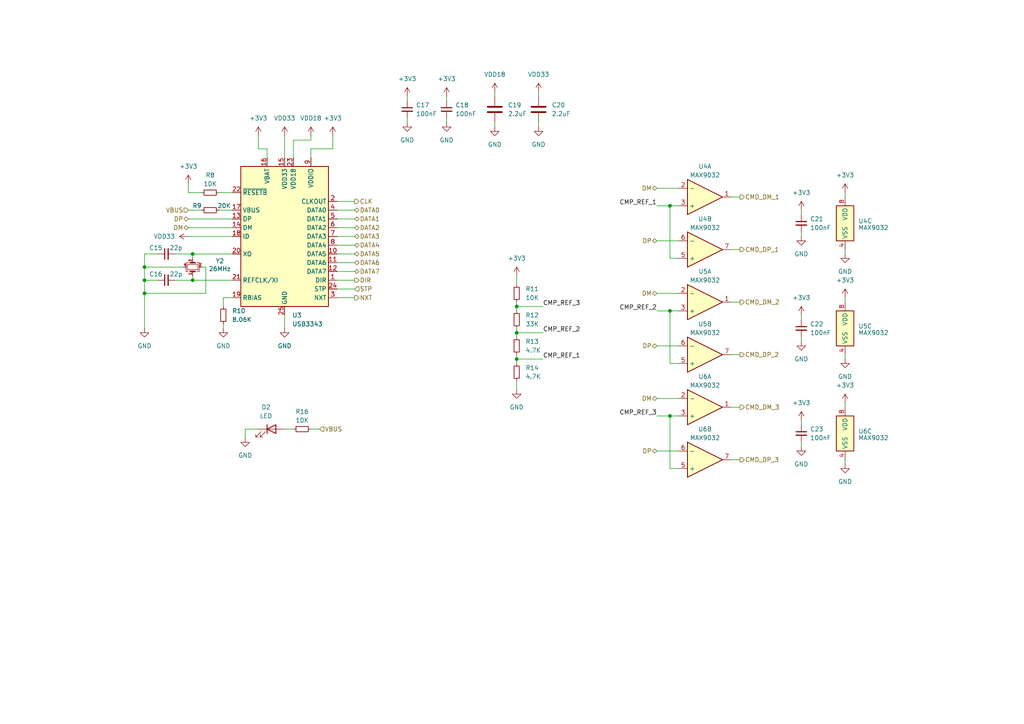
<source format=kicad_sch>
(kicad_sch (version 20231120) (generator "eeschema") (generator_version "8.0")
  (paper "A4")
  (lib_symbols
    (symbol "Device:C" (pin_numbers hide) (pin_names (offset 0.254))
      (property "Reference" "C" (at 0.635 2.54 0))
      (property "Value" "C" (at 0.635 -2.54 0))
      (symbol "C_0_1"
        (polyline (pts (xy -2.032 -0.762) (xy 2.032 -0.762)) (stroke (width 0.508)))
        (polyline (pts (xy -2.032 0.762) (xy 2.032 0.762)) (stroke (width 0.508)))
      )
      (symbol "C_1_1"
        (pin passive line (at 0 3.81 270) (length 2.794) (name "~") (number "1"))
        (pin passive line (at 0 -3.81 90) (length 2.794) (name "~") (number "2"))
      )
    )
    (symbol "Device:C_Small" (pin_numbers hide) (pin_names (offset 0.254) hide)
      (property "Reference" "C" (at 0.254 1.778 0))
      (property "Value" "C_Small" (at 0.254 -2.032 0))
      (symbol "C_Small_0_1"
        (polyline (pts (xy -1.524 -0.508) (xy 1.524 -0.508)) (stroke (width 0.3302)))
        (polyline (pts (xy -1.524 0.508) (xy 1.524 0.508)) (stroke (width 0.3048)))
      )
      (symbol "C_Small_1_1"
        (pin passive line (at 0 2.54 270) (length 2.032) (name "~") (number "1"))
        (pin passive line (at 0 -2.54 90) (length 2.032) (name "~") (number "2"))
      )
    )
    (symbol "Device:Crystal_GND24_Small" (pin_names (offset 1.016) hide)
      (property "Reference" "Y" (at 1.27 4.445 0))
      (property "Value" "Crystal_GND24_Small" (at 1.27 2.54 0))
      (symbol "Crystal_GND24_Small_0_1"
        (rectangle (start -0.762 -1.524) (end 0.762 1.524))
        (polyline (pts (xy -1.27 -0.762) (xy -1.27 0.762)) (stroke (width 0.381)))
        (polyline (pts (xy 1.27 -0.762) (xy 1.27 0.762)) (stroke (width 0.381)))
        (polyline (pts (xy -1.27 -1.27) (xy -1.27 -1.905) (xy 1.27 -1.905) (xy 1.27 -1.27)))
        (polyline (pts (xy -1.27 1.27) (xy -1.27 1.905) (xy 1.27 1.905) (xy 1.27 1.27)))
      )
      (symbol "Crystal_GND24_Small_1_1"
        (pin passive line (at -2.54 0 0) (length 1.27) (name "1") (number "1"))
        (pin passive line (at 0 -2.54 90) (length 0.635) (name "2") (number "2"))
        (pin passive line (at 2.54 0 180) (length 1.27) (name "3") (number "3"))
        (pin passive line (at 0 2.54 270) (length 0.635) (name "4") (number "4"))
      )
    )
    (symbol "Device:LED" (pin_numbers hide) (pin_names (offset 1.016) hide)
      (property "Reference" "D" (at 0 2.54 0))
      (property "Value" "LED" (at 0 -2.54 0))
      (symbol "LED_0_1"
        (polyline (pts (xy -1.27 -1.27) (xy -1.27 1.27)) (stroke (width 0.254)))
        (polyline (pts (xy -1.27 0) (xy 1.27 0)))
        (polyline (pts (xy 1.27 -1.27) (xy 1.27 1.27) (xy -1.27 0) (xy 1.27 -1.27)) (stroke (width 0.254)))
        (polyline (pts (xy -3.048 -0.762) (xy -4.572 -2.286) (xy -3.81 -2.286) (xy -4.572 -2.286) (xy -4.572 -1.524)))
        (polyline (pts (xy -1.778 -0.762) (xy -3.302 -2.286) (xy -2.54 -2.286) (xy -3.302 -2.286) (xy -3.302 -1.524)))
      )
      (symbol "LED_1_1"
        (pin passive line (at -3.81 0 0) (length 2.54) (name "K") (number "1"))
        (pin passive line (at 3.81 0 180) (length 2.54) (name "A") (number "2"))
      )
    )
    (symbol "Device:R_Small" (pin_numbers hide) (pin_names (offset 0.254) hide)
      (property "Reference" "R" (at 0.762 0.508 0))
      (property "Value" "R_Small" (at 0.762 -1.016 0))
      (symbol "R_Small_0_1"
        (rectangle (start -0.762 1.778) (end 0.762 -1.778) (stroke (width 0.2032)))
      )
      (symbol "R_Small_1_1"
        (pin passive line (at 0 2.54 270) (length 0.762) (name "~") (number "1"))
        (pin passive line (at 0 -2.54 90) (length 0.762) (name "~") (number "2"))
      )
    )
    (symbol "Interface_USB:USB3343"
      (property "Reference" "U" (at 0 2.54 0))
      (property "Value" "USB3343" (at 0 0 0))
      (symbol "USB3343_0_1"
        (rectangle (start -12.7 20.32) (end 12.7 -20.32) (stroke (width 0.254)) (fill (type background)))
      )
      (symbol "USB3343_1_1"
        (pin output line (at 15.24 -12.7 180) (length 2.54) (name "DIR") (number "1"))
        (pin bidirectional line (at 15.24 -5.08 180) (length 2.54) (name "DATA5") (number "10"))
        (pin bidirectional line (at 15.24 -7.62 180) (length 2.54) (name "DATA6") (number "11"))
        (pin bidirectional line (at 15.24 -10.16 180) (length 2.54) (name "DATA7") (number "12"))
        (pin bidirectional line (at -15.24 5.08 0) (length 2.54) (name "DP") (number "13"))
        (pin bidirectional line (at -15.24 2.54 0) (length 2.54) (name "DM") (number "14"))
        (pin power_out line (at 0 22.86 270) (length 2.54) (name "VDD33") (number "15"))
        (pin power_in line (at -5.08 22.86 270) (length 2.54) (name "VBAT") (number "16"))
        (pin input line (at -15.24 7.62 0) (length 2.54) (name "VBUS") (number "17"))
        (pin input line (at -15.24 0 0) (length 2.54) (name "ID") (number "18"))
        (pin passive line (at -15.24 -17.78 0) (length 2.54) (name "RBIAS") (number "19"))
        (pin output line (at 15.24 10.16 180) (length 2.54) (name "CLKOUT") (number "2"))
        (pin output line (at -15.24 -5.08 0) (length 2.54) (name "XO") (number "20"))
        (pin input line (at -15.24 -12.7 0) (length 2.54) (name "REFCLK/XI") (number "21"))
        (pin input line (at -15.24 12.7 0) (length 2.54) (name "~{RESETB}") (number "22"))
        (pin power_out line (at 2.54 22.86 270) (length 2.54) (name "VDD18") (number "23"))
        (pin input line (at 15.24 -15.24 180) (length 2.54) (name "STP") (number "24"))
        (pin power_in line (at 0 -22.86 90) (length 2.54) (name "GND") (number "25"))
        (pin output line (at 15.24 -17.78 180) (length 2.54) (name "NXT") (number "3"))
        (pin bidirectional line (at 15.24 7.62 180) (length 2.54) (name "DATA0") (number "4"))
        (pin bidirectional line (at 15.24 5.08 180) (length 2.54) (name "DATA1") (number "5"))
        (pin bidirectional line (at 15.24 2.54 180) (length 2.54) (name "DATA2") (number "6"))
        (pin bidirectional line (at 15.24 0 180) (length 2.54) (name "DATA3") (number "7"))
        (pin bidirectional line (at 15.24 -2.54 180) (length 2.54) (name "DATA4") (number "8"))
        (pin power_in line (at 7.62 22.86 270) (length 2.54) (name "VDDIO") (number "9"))
      )
    )
    (symbol "MAX9032:MAX9032"
      (property "Reference" "U" (at 2.032 6.604 0))
      (symbol "MAX9032_1_1"
        (polyline (pts (xy 0 0) (xy 0 -10.16) (xy 10.16 -5.08) (xy 0 0)) (stroke (width 0.254)) (fill (type background)))
        (pin output line (at 12.7 -5.08 180) (length 2.54) (name "") (number "1"))
        (pin input line (at -2.54 -2.54 0) (length 2.54) (name "-") (number "2"))
        (pin input line (at -2.54 -7.62 0) (length 2.54) (name "+") (number "3"))
      )
      (symbol "MAX9032_2_1"
        (polyline (pts (xy 0 0) (xy 0 -10.16) (xy 10.16 -5.08) (xy 0 0)) (stroke (width 0.254)) (fill (type background)))
        (pin input line (at -2.54 -7.62 0) (length 2.54) (name "+") (number "5"))
        (pin input line (at -2.54 -2.54 0) (length 2.54) (name "-") (number "6"))
        (pin output line (at 12.7 -5.08 180) (length 2.54) (name "") (number "7"))
      )
      (symbol "MAX9032_3_1"
        (rectangle (start -2.54 5.08) (end 2.54 -5.08) (stroke (width 0.254)) (fill (type background)))
        (pin power_in line (at 0 -7.62 90) (length 2.54) (name "VSS") (number "4"))
        (pin power_in line (at 0 7.62 270) (length 2.54) (name "VDD") (number "8"))
      )
    )
    (symbol "power:+3V3" (power) (pin_numbers hide) (pin_names (offset 0) hide)
      (property "Value" "+3V3" (at 0 3.556 0))
      (symbol "+3V3_0_1"
        (polyline (pts (xy -0.762 1.27) (xy 0 2.54)))
        (polyline (pts (xy 0 0) (xy 0 2.54)))
        (polyline (pts (xy 0 2.54) (xy 0.762 1.27)))
      )
      (symbol "+3V3_1_1"
        (pin power_in line (at 0 0 90) (length 0) (name "~") (number "1"))
      )
    )
    (symbol "power:GND" (power) (pin_numbers hide) (pin_names (offset 0) hide)
      (property "Value" "GND" (at 0 -3.81 0))
      (symbol "GND_0_1"
        (polyline (pts (xy 0 0) (xy 0 -1.27) (xy 1.27 -1.27) (xy 0 -2.54) (xy -1.27 -1.27) (xy 0 -1.27)))
      )
      (symbol "GND_1_1"
        (pin power_in line (at 0 0 270) (length 0) (name "~") (number "1"))
      )
    )
  )
  (junction (at 55.88 73.66))
  (junction (at 41.91 85.09))
  (junction (at 194.31 59.69))
  (junction (at 41.91 77.47))
  (junction (at 194.31 120.65))
  (junction (at 149.86 96.52))
  (junction (at 149.86 88.9))
  (junction (at 55.88 81.28))
  (junction (at 194.31 90.17))
  (junction (at 41.91 81.28))
  (junction (at 149.86 104.14))
  (wire (pts (xy 212.09 87.63) (xy 214.63 87.63)))
  (wire (pts (xy 196.85 120.65) (xy 194.31 120.65)))
  (wire (pts (xy 149.86 88.9) (xy 149.86 87.63)))
  (wire (pts (xy 143.51 26.67) (xy 143.51 27.94)))
  (wire (pts (xy 54.61 63.5) (xy 67.31 63.5)))
  (wire (pts (xy 149.86 104.14) (xy 157.48 104.14)))
  (wire (pts (xy 41.91 85.09) (xy 41.91 95.25)))
  (wire (pts (xy 245.11 134.62) (xy 245.11 133.35)))
  (wire (pts (xy 74.93 43.18) (xy 77.47 43.18)))
  (wire (pts (xy 59.69 77.47) (xy 59.69 85.09)))
  (wire (pts (xy 85.09 40.64) (xy 90.17 40.64)))
  (wire (pts (xy 190.5 85.09) (xy 196.85 85.09)))
  (wire (pts (xy 102.87 66.04) (xy 97.79 66.04)))
  (wire (pts (xy 102.87 76.2) (xy 97.79 76.2)))
  (wire (pts (xy 190.5 120.65) (xy 194.31 120.65)))
  (wire (pts (xy 90.17 43.18) (xy 90.17 45.72)))
  (wire (pts (xy 63.5 55.88) (xy 67.31 55.88)))
  (wire (pts (xy 102.87 71.12) (xy 97.79 71.12)))
  (wire (pts (xy 212.09 118.11) (xy 214.63 118.11)))
  (wire (pts (xy 58.42 77.47) (xy 59.69 77.47)))
  (wire (pts (xy 50.8 81.28) (xy 55.88 81.28)))
  (wire (pts (xy 212.09 133.35) (xy 214.63 133.35)))
  (wire (pts (xy 41.91 77.47) (xy 41.91 81.28)))
  (wire (pts (xy 190.5 115.57) (xy 196.85 115.57)))
  (wire (pts (xy 71.12 124.46) (xy 71.12 127)))
  (wire (pts (xy 232.41 67.31) (xy 232.41 68.58)))
  (wire (pts (xy 54.61 60.96) (xy 58.42 60.96)))
  (wire (pts (xy 102.87 68.58) (xy 97.79 68.58)))
  (wire (pts (xy 118.11 35.56) (xy 118.11 34.29)))
  (wire (pts (xy 232.41 60.96) (xy 232.41 62.23)))
  (wire (pts (xy 82.55 95.25) (xy 82.55 91.44)))
  (wire (pts (xy 102.87 60.96) (xy 97.79 60.96)))
  (wire (pts (xy 63.5 60.96) (xy 67.31 60.96)))
  (wire (pts (xy 67.31 81.28) (xy 55.88 81.28)))
  (wire (pts (xy 41.91 81.28) (xy 45.72 81.28)))
  (wire (pts (xy 232.41 121.92) (xy 232.41 123.19)))
  (wire (pts (xy 190.5 90.17) (xy 194.31 90.17)))
  (wire (pts (xy 156.21 36.83) (xy 156.21 35.56)))
  (wire (pts (xy 50.8 73.66) (xy 55.88 73.66)))
  (wire (pts (xy 102.87 86.36) (xy 97.79 86.36)))
  (wire (pts (xy 143.51 36.83) (xy 143.51 35.56)))
  (wire (pts (xy 212.09 57.15) (xy 214.63 57.15)))
  (wire (pts (xy 190.5 130.81) (xy 196.85 130.81)))
  (wire (pts (xy 194.31 120.65) (xy 194.31 135.89)))
  (wire (pts (xy 149.86 88.9) (xy 157.48 88.9)))
  (wire (pts (xy 190.5 54.61) (xy 196.85 54.61)))
  (wire (pts (xy 102.87 83.82) (xy 97.79 83.82)))
  (wire (pts (xy 194.31 90.17) (xy 194.31 105.41)))
  (wire (pts (xy 64.77 86.36) (xy 64.77 88.9)))
  (wire (pts (xy 149.86 95.25) (xy 149.86 96.52)))
  (wire (pts (xy 212.09 102.87) (xy 214.63 102.87)))
  (wire (pts (xy 92.71 124.46) (xy 90.17 124.46)))
  (wire (pts (xy 90.17 40.64) (xy 90.17 39.37)))
  (wire (pts (xy 129.54 35.56) (xy 129.54 34.29)))
  (wire (pts (xy 149.86 96.52) (xy 157.48 96.52)))
  (wire (pts (xy 190.5 59.69) (xy 194.31 59.69)))
  (wire (pts (xy 85.09 124.46) (xy 82.55 124.46)))
  (wire (pts (xy 149.86 105.41) (xy 149.86 104.14)))
  (wire (pts (xy 77.47 43.18) (xy 77.47 45.72)))
  (wire (pts (xy 82.55 39.37) (xy 82.55 45.72)))
  (wire (pts (xy 196.85 90.17) (xy 194.31 90.17)))
  (wire (pts (xy 245.11 104.14) (xy 245.11 102.87)))
  (wire (pts (xy 149.86 80.01) (xy 149.86 82.55)))
  (wire (pts (xy 156.21 26.67) (xy 156.21 27.94)))
  (wire (pts (xy 194.31 105.41) (xy 196.85 105.41)))
  (wire (pts (xy 129.54 27.94) (xy 129.54 29.21)))
  (wire (pts (xy 149.86 96.52) (xy 149.86 97.79)))
  (wire (pts (xy 54.61 66.04) (xy 67.31 66.04)))
  (wire (pts (xy 41.91 77.47) (xy 53.34 77.47)))
  (wire (pts (xy 96.52 43.18) (xy 90.17 43.18)))
  (wire (pts (xy 67.31 86.36) (xy 64.77 86.36)))
  (wire (pts (xy 55.88 73.66) (xy 55.88 74.93)))
  (wire (pts (xy 102.87 73.66) (xy 97.79 73.66)))
  (wire (pts (xy 212.09 72.39) (xy 214.63 72.39)))
  (wire (pts (xy 190.5 100.33) (xy 196.85 100.33)))
  (wire (pts (xy 41.91 81.28) (xy 41.91 85.09)))
  (wire (pts (xy 102.87 63.5) (xy 97.79 63.5)))
  (wire (pts (xy 102.87 78.74) (xy 97.79 78.74)))
  (wire (pts (xy 149.86 104.14) (xy 149.86 102.87)))
  (wire (pts (xy 196.85 59.69) (xy 194.31 59.69)))
  (wire (pts (xy 74.93 124.46) (xy 71.12 124.46)))
  (wire (pts (xy 64.77 95.25) (xy 64.77 93.98)))
  (wire (pts (xy 194.31 74.93) (xy 196.85 74.93)))
  (wire (pts (xy 190.5 69.85) (xy 196.85 69.85)))
  (wire (pts (xy 194.31 135.89) (xy 196.85 135.89)))
  (wire (pts (xy 232.41 91.44) (xy 232.41 92.71)))
  (wire (pts (xy 54.61 53.34) (xy 54.61 55.88)))
  (wire (pts (xy 149.86 113.03) (xy 149.86 110.49)))
  (wire (pts (xy 96.52 43.18) (xy 96.52 39.37)))
  (wire (pts (xy 232.41 97.79) (xy 232.41 99.06)))
  (wire (pts (xy 245.11 73.66) (xy 245.11 72.39)))
  (wire (pts (xy 102.87 81.28) (xy 97.79 81.28)))
  (wire (pts (xy 118.11 27.94) (xy 118.11 29.21)))
  (wire (pts (xy 245.11 55.88) (xy 245.11 57.15)))
  (wire (pts (xy 194.31 59.69) (xy 194.31 74.93)))
  (wire (pts (xy 67.31 73.66) (xy 55.88 73.66)))
  (wire (pts (xy 55.88 81.28) (xy 55.88 80.01)))
  (wire (pts (xy 245.11 86.36) (xy 245.11 87.63)))
  (wire (pts (xy 102.87 58.42) (xy 97.79 58.42)))
  (wire (pts (xy 149.86 90.17) (xy 149.86 88.9)))
  (wire (pts (xy 232.41 128.27) (xy 232.41 129.54)))
  (wire (pts (xy 59.69 85.09) (xy 41.91 85.09)))
  (wire (pts (xy 54.61 68.58) (xy 67.31 68.58)))
  (wire (pts (xy 54.61 55.88) (xy 58.42 55.88)))
  (wire (pts (xy 85.09 45.72) (xy 85.09 40.64)))
  (wire (pts (xy 41.91 73.66) (xy 41.91 77.47)))
  (wire (pts (xy 74.93 39.37) (xy 74.93 43.18)))
  (wire (pts (xy 245.11 116.84) (xy 245.11 118.11)))
  (wire (pts (xy 45.72 73.66) (xy 41.91 73.66)))
  (label "CMP_REF_2" (at 157.48 96.52 0))
  (label "CMP_REF_1" (at 190.5 59.69 180))
  (label "CMP_REF_3" (at 190.5 120.65 180))
  (label "CMP_REF_3" (at 157.48 88.9 0))
  (label "CMP_REF_2" (at 190.5 90.17 180))
  (label "CMP_REF_1" (at 157.48 104.14 0))
  (hierarchical_label "DP" (shape bidirectional) (at 190.5 100.33 180))
  (hierarchical_label "DATA7" (shape bidirectional) (at 102.87 78.74 0))
  (hierarchical_label "STP" (shape input) (at 102.87 83.82 0))
  (hierarchical_label "DP" (shape bidirectional) (at 54.61 63.5 180))
  (hierarchical_label "CMD_DM_3" (shape output) (at 214.63 118.11 0))
  (hierarchical_label "VBUS" (shape input) (at 92.71 124.46 0))
  (hierarchical_label "DATA6" (shape bidirectional) (at 102.87 76.2 0))
  (hierarchical_label "DATA5" (shape bidirectional) (at 102.87 73.66 0))
  (hierarchical_label "DATA2" (shape bidirectional) (at 102.87 66.04 0))
  (hierarchical_label "CLK" (shape output) (at 102.87 58.42 0))
  (hierarchical_label "CMD_DP_1" (shape output) (at 214.63 72.39 0))
  (hierarchical_label "DM" (shape bidirectional) (at 190.5 85.09 180))
  (hierarchical_label "CMD_DP_2" (shape output) (at 214.63 102.87 0))
  (hierarchical_label "DP" (shape bidirectional) (at 190.5 130.81 180))
  (hierarchical_label "CMD_DM_1" (shape output) (at 214.63 57.15 0))
  (hierarchical_label "DM" (shape bidirectional) (at 190.5 54.61 180))
  (hierarchical_label "DIR" (shape output) (at 102.87 81.28 0))
  (hierarchical_label "DM" (shape bidirectional) (at 190.5 115.57 180))
  (hierarchical_label "DP" (shape bidirectional) (at 190.5 69.85 180))
  (hierarchical_label "CMD_DM_2" (shape output) (at 214.63 87.63 0))
  (hierarchical_label "DATA4" (shape bidirectional) (at 102.87 71.12 0))
  (hierarchical_label "VBUS" (shape input) (at 54.61 60.96 180))
  (hierarchical_label "CMD_DP_3" (shape output) (at 214.63 133.35 0))
  (hierarchical_label "DATA1" (shape bidirectional) (at 102.87 63.5 0))
  (hierarchical_label "DM" (shape bidirectional) (at 54.61 66.04 180))
  (hierarchical_label "DATA0" (shape bidirectional) (at 102.87 60.96 0))
  (hierarchical_label "NXT" (shape output) (at 102.87 86.36 0))
  (hierarchical_label "DATA3" (shape bidirectional) (at 102.87 68.58 0))
  (symbol (lib_id "power:+3V3") (at 54.61 53.34 0) (unit 1)
    (property "Reference" "#PWR036" (effects (hide yes)))
    (property "Value" "+3V3" (at 54.61 48.26 0))
    (property "Description" "Power symbol creates a global label with name \"+3V3\"" (effects (hide yes)))
  )
  (symbol (lib_id "power:+3V3") (at 143.51 26.67 0) (unit 1)
    (property "Reference" "#PWR052" (effects (hide yes)))
    (property "Value" "VDD18" (at 143.51 21.59 0))
    (property "Description" "Power symbol creates a global label with name \"+3V3\"" (effects (hide yes)))
  )
  (symbol (lib_id "Device:R_Small") (at 149.86 85.09 0) (unit 1)
    (property "Reference" "R11" (at 152.4 83.8199 0) (effects (justify left)))
    (property "Value" "10K" (at 152.4 86.3599 0) (effects (justify left)))
    (property "Footprint" "Resistor_SMD:R_0402_1005Metric" (effects (hide yes)))
    (property "Description" "Resistor, small symbol" (effects (hide yes)))
  )
  (symbol (lib_id "power:GND") (at 156.21 36.83 0) (unit 1)
    (property "Reference" "#PWR051" (effects (hide yes)))
    (property "Value" "GND" (at 156.21 41.91 0))
    (property "Description" "Power symbol creates a global label with name \"GND\" , ground" (effects (hide yes)))
  )
  (symbol (lib_id "power:GND") (at 129.54 35.56 0) (unit 1)
    (property "Reference" "#PWR047" (effects (hide yes)))
    (property "Value" "GND" (at 129.54 40.64 0))
    (property "Description" "Power symbol creates a global label with name \"GND\" , ground" (effects (hide yes)))
  )
  (symbol (lib_id "Device:C_Small") (at 118.11 31.75 0) (unit 1)
    (property "Reference" "C17" (at 120.65 30.4862 0) (effects (justify left)))
    (property "Value" "100nF" (at 120.65 33.0262 0) (effects (justify left)))
    (property "Footprint" "Capacitor_SMD:C_0402_1005Metric" (effects (hide yes)))
    (property "Description" "Unpolarized capacitor, small symbol" (effects (hide yes)))
  )
  (symbol (lib_id "Device:C_Small") (at 232.41 95.25 0) (unit 1)
    (property "Reference" "C22" (at 234.95 93.9862 0) (effects (justify left)))
    (property "Value" "100nF" (at 234.95 96.5262 0) (effects (justify left)))
    (property "Footprint" "Capacitor_SMD:C_0402_1005Metric" (effects (hide yes)))
    (property "Description" "Unpolarized capacitor, small symbol" (effects (hide yes)))
  )
  (symbol (lib_id "power:+3V3") (at 245.11 55.88 0) (unit 1)
    (property "Reference" "#PWR057" (effects (hide yes)))
    (property "Value" "+3V3" (at 245.11 50.8 0))
    (property "Description" "Power symbol creates a global label with name \"+3V3\"" (effects (hide yes)))
  )
  (symbol (lib_id "MAX9032:MAX9032") (at 199.39 97.79 0) (unit 2)
    (property "Reference" "U5" (at 204.47 93.98 0))
    (property "Value" "MAX9032" (at 204.47 96.52 0))
    (property "Footprint" "Package_TO_SOT_SMD:SOT-23-8" (effects (hide yes)))
  )
  (symbol (lib_id "MAX9032:MAX9032") (at 245.11 95.25 0) (unit 3)
    (property "Reference" "U5" (at 248.92 94.6149 0) (effects (justify left)))
    (property "Value" "MAX9032" (at 248.92 96.52 0) (effects (justify left)))
    (property "Footprint" "Package_TO_SOT_SMD:SOT-23-8" (effects (hide yes)))
  )
  (symbol (lib_id "MAX9032:MAX9032") (at 199.39 67.31 0) (unit 2)
    (property "Reference" "U4" (at 204.47 63.5 0))
    (property "Value" "MAX9032" (at 204.47 66.04 0))
    (property "Footprint" "Package_TO_SOT_SMD:SOT-23-8" (effects (hide yes)))
  )
  (symbol (lib_id "power:GND") (at 41.91 95.25 0) (unit 1)
    (property "Reference" "#PWR037" (effects (hide yes)))
    (property "Value" "GND" (at 41.91 100.33 0))
    (property "Description" "Power symbol creates a global label with name \"GND\" , ground" (effects (hide yes)))
  )
  (symbol (lib_id "Device:R_Small") (at 60.96 55.88 90) (unit 1)
    (property "Reference" "R8" (at 60.96 50.8 90))
    (property "Value" "10K" (at 60.96 53.34 90))
    (property "Footprint" "Resistor_SMD:R_0402_1005Metric" (effects (hide yes)))
    (property "Description" "Resistor, small symbol" (effects (hide yes)))
  )
  (symbol (lib_id "power:+3V3") (at 54.61 68.58 90) (unit 1)
    (property "Reference" "#PWR043" (effects (hide yes)))
    (property "Value" "VDD33" (at 50.8 68.5799 90) (effects (justify left)))
    (property "Description" "Power symbol creates a global label with name \"+3V3\"" (effects (hide yes)))
  )
  (symbol (lib_id "power:+3V3") (at 149.86 80.01 0) (unit 1)
    (property "Reference" "#PWR050" (effects (hide yes)))
    (property "Value" "+3V3" (at 149.86 74.93 0))
    (property "Description" "Power symbol creates a global label with name \"+3V3\"" (effects (hide yes)))
  )
  (symbol (lib_id "power:GND") (at 232.41 99.06 0) (unit 1)
    (property "Reference" "#PWR060" (effects (hide yes)))
    (property "Value" "GND" (at 232.41 104.14 0))
    (property "Description" "Power symbol creates a global label with name \"GND\" , ground" (effects (hide yes)))
  )
  (symbol (lib_id "Device:C_Small") (at 232.41 64.77 0) (unit 1)
    (property "Reference" "C21" (at 234.95 63.5062 0) (effects (justify left)))
    (property "Value" "100nF" (at 234.95 66.0462 0) (effects (justify left)))
    (property "Footprint" "Capacitor_SMD:C_0402_1005Metric" (effects (hide yes)))
    (property "Description" "Unpolarized capacitor, small symbol" (effects (hide yes)))
  )
  (symbol (lib_id "power:+3V3") (at 232.41 60.96 0) (unit 1)
    (property "Reference" "#PWR055" (effects (hide yes)))
    (property "Value" "+3V3" (at 232.41 55.88 0))
    (property "Description" "Power symbol creates a global label with name \"+3V3\"" (effects (hide yes)))
  )
  (symbol (lib_id "power:+3V3") (at 245.11 86.36 0) (unit 1)
    (property "Reference" "#PWR061" (effects (hide yes)))
    (property "Value" "+3V3" (at 245.11 81.28 0))
    (property "Description" "Power symbol creates a global label with name \"+3V3\"" (effects (hide yes)))
  )
  (symbol (lib_id "power:+3V3") (at 156.21 26.67 0) (unit 1)
    (property "Reference" "#PWR053" (effects (hide yes)))
    (property "Value" "VDD33" (at 156.21 21.59 0))
    (property "Description" "Power symbol creates a global label with name \"+3V3\"" (effects (hide yes)))
  )
  (symbol (lib_id "MAX9032:MAX9032") (at 199.39 113.03 0) (unit 1)
    (property "Reference" "U6" (at 204.47 109.22 0))
    (property "Value" "MAX9032" (at 204.47 111.76 0))
    (property "Footprint" "Package_TO_SOT_SMD:SOT-23-8" (effects (hide yes)))
  )
  (symbol (lib_id "power:+3V3") (at 74.93 39.37 0) (unit 1)
    (property "Reference" "#PWR039" (effects (hide yes)))
    (property "Value" "+3V3" (at 74.93 34.29 0))
    (property "Description" "Power symbol creates a global label with name \"+3V3\"" (effects (hide yes)))
  )
  (symbol (lib_id "Device:R_Small") (at 149.86 107.95 0) (unit 1)
    (property "Reference" "R14" (at 152.4 106.6799 0) (effects (justify left)))
    (property "Value" "4.7K" (at 152.4 109.2199 0) (effects (justify left)))
    (property "Footprint" "Resistor_SMD:R_0402_1005Metric" (effects (hide yes)))
    (property "Description" "Resistor, small symbol" (effects (hide yes)))
  )
  (symbol (lib_id "MAX9032:MAX9032") (at 245.11 64.77 0) (unit 3)
    (property "Reference" "U4" (at 248.92 64.1349 0) (effects (justify left)))
    (property "Value" "MAX9032" (at 248.92 66.04 0) (effects (justify left)))
    (property "Footprint" "Package_TO_SOT_SMD:SOT-23-8" (effects (hide yes)))
  )
  (symbol (lib_id "power:GND") (at 82.55 95.25 0) (unit 1)
    (property "Reference" "#PWR035" (effects (hide yes)))
    (property "Value" "GND" (at 82.55 100.33 0))
    (property "Description" "Power symbol creates a global label with name \"GND\" , ground" (effects (hide yes)))
  )
  (symbol (lib_id "Device:R_Small") (at 149.86 92.71 0) (unit 1)
    (property "Reference" "R12" (at 152.4 91.4399 0) (effects (justify left)))
    (property "Value" "33K" (at 152.4 93.9799 0) (effects (justify left)))
    (property "Footprint" "Resistor_SMD:R_0402_1005Metric" (effects (hide yes)))
    (property "Description" "Resistor, small symbol" (effects (hide yes)))
  )
  (symbol (lib_id "power:GND") (at 149.86 113.03 0) (unit 1)
    (property "Reference" "#PWR049" (effects (hide yes)))
    (property "Value" "GND" (at 149.86 118.11 0))
    (property "Description" "Power symbol creates a global label with name \"GND\" , ground" (effects (hide yes)))
  )
  (symbol (lib_id "power:GND") (at 245.11 104.14 0) (unit 1)
    (property "Reference" "#PWR062" (effects (hide yes)))
    (property "Value" "GND" (at 245.11 109.22 0))
    (property "Description" "Power symbol creates a global label with name \"GND\" , ground" (effects (hide yes)))
  )
  (symbol (lib_id "Device:C_Small") (at 232.41 125.73 0) (unit 1)
    (property "Reference" "C23" (at 234.95 124.4662 0) (effects (justify left)))
    (property "Value" "100nF" (at 234.95 127.0062 0) (effects (justify left)))
    (property "Footprint" "Capacitor_SMD:C_0402_1005Metric" (effects (hide yes)))
    (property "Description" "Unpolarized capacitor, small symbol" (effects (hide yes)))
  )
  (symbol (lib_id "power:+3V3") (at 232.41 121.92 0) (unit 1)
    (property "Reference" "#PWR063" (effects (hide yes)))
    (property "Value" "+3V3" (at 232.41 116.84 0))
    (property "Description" "Power symbol creates a global label with name \"+3V3\"" (effects (hide yes)))
  )
  (symbol (lib_id "power:+3V3") (at 90.17 39.37 0) (unit 1)
    (property "Reference" "#PWR042" (effects (hide yes)))
    (property "Value" "VDD18" (at 90.17 34.29 0))
    (property "Description" "Power symbol creates a global label with name \"+3V3\"" (effects (hide yes)))
  )
  (symbol (lib_id "power:+3V3") (at 96.52 39.37 0) (unit 1)
    (property "Reference" "#PWR040" (effects (hide yes)))
    (property "Value" "+3V3" (at 96.52 34.29 0))
    (property "Description" "Power symbol creates a global label with name \"+3V3\"" (effects (hide yes)))
  )
  (symbol (lib_id "power:+3V3") (at 118.11 27.94 0) (unit 1)
    (property "Reference" "#PWR045" (effects (hide yes)))
    (property "Value" "+3V3" (at 118.11 22.86 0))
    (property "Description" "Power symbol creates a global label with name \"+3V3\"" (effects (hide yes)))
  )
  (symbol (lib_id "Device:C_Small") (at 48.26 81.28 90) (unit 1)
    (property "Reference" "C16" (at 45.212 79.502 90))
    (property "Value" "22p" (at 51.054 79.502 90))
    (property "Footprint" "Capacitor_SMD:C_0402_1005Metric" (effects (hide yes)))
    (property "Description" "Unpolarized capacitor, small symbol" (effects (hide yes)))
  )
  (symbol (lib_id "MAX9032:MAX9032") (at 199.39 128.27 0) (unit 2)
    (property "Reference" "U6" (at 204.47 124.46 0))
    (property "Value" "MAX9032" (at 204.47 127 0))
    (property "Footprint" "Package_TO_SOT_SMD:SOT-23-8" (effects (hide yes)))
  )
  (symbol (lib_id "Device:R_Small") (at 64.77 91.44 0) (unit 1)
    (property "Reference" "R10" (at 67.31 90.1699 0) (effects (justify left)))
    (property "Value" "8.06K" (at 67.31 92.7099 0) (effects (justify left)))
    (property "Footprint" "Resistor_SMD:R_0402_1005Metric" (effects (hide yes)))
    (property "Description" "Resistor, small symbol" (effects (hide yes)))
  )
  (symbol (lib_id "power:GND") (at 118.11 35.56 0) (unit 1)
    (property "Reference" "#PWR044" (effects (hide yes)))
    (property "Value" "GND" (at 118.11 40.64 0))
    (property "Description" "Power symbol creates a global label with name \"GND\" , ground" (effects (hide yes)))
  )
  (symbol (lib_id "power:GND") (at 64.77 95.25 0) (unit 1)
    (property "Reference" "#PWR038" (effects (hide yes)))
    (property "Value" "GND" (at 64.77 100.33 0))
    (property "Description" "Power symbol creates a global label with name \"GND\" , ground" (effects (hide yes)))
  )
  (symbol (lib_id "Device:R_Small") (at 60.96 60.96 90) (unit 1)
    (property "Reference" "R9" (at 57.15 59.69 90))
    (property "Value" "20K" (at 65.024 59.69 90))
    (property "Footprint" "Resistor_SMD:R_0402_1005Metric" (effects (hide yes)))
    (property "Description" "Resistor, small symbol" (effects (hide yes)))
  )
  (symbol (lib_id "power:GND") (at 71.12 127 0) (unit 1)
    (property "Reference" "#PWR054" (effects (hide yes)))
    (property "Value" "GND" (at 71.12 132.08 0))
    (property "Description" "Power symbol creates a global label with name \"GND\" , ground" (effects (hide yes)))
  )
  (symbol (lib_id "power:+3V3") (at 245.11 116.84 0) (unit 1)
    (property "Reference" "#PWR065" (effects (hide yes)))
    (property "Value" "+3V3" (at 245.11 111.76 0))
    (property "Description" "Power symbol creates a global label with name \"+3V3\"" (effects (hide yes)))
  )
  (symbol (lib_id "Device:R_Small") (at 149.86 100.33 0) (unit 1)
    (property "Reference" "R13" (at 152.4 99.0599 0) (effects (justify left)))
    (property "Value" "4.7K" (at 152.4 101.5999 0) (effects (justify left)))
    (property "Footprint" "Resistor_SMD:R_0402_1005Metric" (effects (hide yes)))
    (property "Description" "Resistor, small symbol" (effects (hide yes)))
  )
  (symbol (lib_id "MAX9032:MAX9032") (at 245.11 125.73 0) (unit 3)
    (property "Reference" "U6" (at 248.92 125.0949 0) (effects (justify left)))
    (property "Value" "MAX9032" (at 248.92 127 0) (effects (justify left)))
    (property "Footprint" "Package_TO_SOT_SMD:SOT-23-8" (effects (hide yes)))
  )
  (symbol (lib_id "power:+3V3") (at 82.55 39.37 0) (unit 1)
    (property "Reference" "#PWR041" (effects (hide yes)))
    (property "Value" "VDD33" (at 82.55 34.29 0))
    (property "Description" "Power symbol creates a global label with name \"+3V3\"" (effects (hide yes)))
  )
  (symbol (lib_id "Device:R_Small") (at 87.63 124.46 90) (unit 1)
    (property "Reference" "R16" (at 87.63 119.38 90))
    (property "Value" "10K" (at 87.63 121.92 90))
    (property "Footprint" "Resistor_SMD:R_0402_1005Metric" (effects (hide yes)))
    (property "Description" "Resistor, small symbol" (effects (hide yes)))
  )
  (symbol (lib_id "power:GND") (at 232.41 68.58 0) (unit 1)
    (property "Reference" "#PWR056" (effects (hide yes)))
    (property "Value" "GND" (at 232.41 73.66 0))
    (property "Description" "Power symbol creates a global label with name \"GND\" , ground" (effects (hide yes)))
  )
  (symbol (lib_id "MAX9032:MAX9032") (at 199.39 82.55 0) (unit 1)
    (property "Reference" "U5" (at 204.47 78.74 0))
    (property "Value" "MAX9032" (at 204.47 81.28 0))
    (property "Footprint" "Package_TO_SOT_SMD:SOT-23-8" (effects (hide yes)))
  )
  (symbol (lib_id "power:GND") (at 245.11 73.66 0) (unit 1)
    (property "Reference" "#PWR058" (effects (hide yes)))
    (property "Value" "GND" (at 245.11 78.74 0))
    (property "Description" "Power symbol creates a global label with name \"GND\" , ground" (effects (hide yes)))
  )
  (symbol (lib_id "Device:C_Small") (at 48.26 73.66 90) (unit 1)
    (property "Reference" "C15" (at 45.212 71.882 90))
    (property "Value" "22p" (at 51.054 71.882 90))
    (property "Footprint" "Capacitor_SMD:C_0402_1005Metric" (effects (hide yes)))
    (property "Description" "Unpolarized capacitor, small symbol" (effects (hide yes)))
  )
  (symbol (lib_id "Device:LED") (at 78.74 124.46 0) (unit 1)
    (property "Reference" "D2" (at 77.1525 118.11 0))
    (property "Value" "LED" (at 77.1525 120.65 0))
    (property "Footprint" "LED_SMD:LED_0603_1608Metric" (effects (hide yes)))
    (property "Description" "Light emitting diode" (effects (hide yes)))
  )
  (symbol (lib_id "power:GND") (at 245.11 134.62 0) (unit 1)
    (property "Reference" "#PWR066" (effects (hide yes)))
    (property "Value" "GND" (at 245.11 139.7 0))
    (property "Description" "Power symbol creates a global label with name \"GND\" , ground" (effects (hide yes)))
  )
  (symbol (lib_id "Device:Crystal_GND24_Small") (at 55.88 77.47 90) (unit 1)
    (property "Reference" "Y2" (at 63.754 75.692 90))
    (property "Value" "26MHz" (at 63.754 77.978 90))
    (property "Footprint" "Crystal:Crystal_SMD_3225-4Pin_3.2x2.5mm" (effects (hide yes)))
    (property "Description" "Four pin crystal, GND on pins 2 and 4, small symbol" (effects (hide yes)))
  )
  (symbol (lib_id "Interface_USB:USB3343") (at 82.55 68.58 0) (unit 1)
    (property "Reference" "U3" (at 84.7441 91.44 0) (effects (justify left)))
    (property "Value" "USB3343" (at 84.7441 93.98 0) (effects (justify left)))
    (property "Footprint" "Package_DFN_QFN:QFN-24-1EP_4x4mm_P0.5mm_EP2.6x2.6mm" (effects (hide yes)))
    (property "Datasheet" "http://ww1.microchip.com/downloads/en/DeviceDoc/334x.pdf" (effects (hide yes)))
    (property "Description" "Hi-Speed USB ULPI Transceiver, QFN-24" (effects (hide yes)))
  )
  (symbol (lib_id "Device:C") (at 143.51 31.75 0) (unit 1)
    (property "Reference" "C19" (at 147.32 30.4799 0) (effects (justify left)))
    (property "Value" "2.2uF" (at 147.32 33.0199 0) (effects (justify left)))
    (property "Footprint" "Capacitor_SMD:C_0603_1608Metric" (effects (hide yes)))
    (property "Description" "Unpolarized capacitor" (effects (hide yes)))
  )
  (symbol (lib_id "Device:C") (at 156.21 31.75 0) (unit 1)
    (property "Reference" "C20" (at 160.02 30.4799 0) (effects (justify left)))
    (property "Value" "2.2uF" (at 160.02 33.0199 0) (effects (justify left)))
    (property "Footprint" "Capacitor_SMD:C_0603_1608Metric" (effects (hide yes)))
    (property "Description" "Unpolarized capacitor" (effects (hide yes)))
  )
  (symbol (lib_id "Device:C_Small") (at 129.54 31.75 0) (unit 1)
    (property "Reference" "C18" (at 132.08 30.4862 0) (effects (justify left)))
    (property "Value" "100nF" (at 132.08 33.0262 0) (effects (justify left)))
    (property "Footprint" "Capacitor_SMD:C_0402_1005Metric" (effects (hide yes)))
    (property "Description" "Unpolarized capacitor, small symbol" (effects (hide yes)))
  )
  (symbol (lib_id "power:GND") (at 232.41 129.54 0) (unit 1)
    (property "Reference" "#PWR064" (effects (hide yes)))
    (property "Value" "GND" (at 232.41 134.62 0))
    (property "Description" "Power symbol creates a global label with name \"GND\" , ground" (effects (hide yes)))
  )
  (symbol (lib_id "MAX9032:MAX9032") (at 199.39 52.07 0) (unit 1)
    (property "Reference" "U4" (at 204.47 48.26 0))
    (property "Value" "MAX9032" (at 204.47 50.8 0))
    (property "Footprint" "Package_TO_SOT_SMD:SOT-23-8" (effects (hide yes)))
  )
  (symbol (lib_id "power:+3V3") (at 232.41 91.44 0) (unit 1)
    (property "Reference" "#PWR059" (effects (hide yes)))
    (property "Value" "+3V3" (at 232.41 86.36 0))
    (property "Description" "Power symbol creates a global label with name \"+3V3\"" (effects (hide yes)))
  )
  (symbol (lib_id "power:GND") (at 143.51 36.83 0) (unit 1)
    (property "Reference" "#PWR048" (effects (hide yes)))
    (property "Value" "GND" (at 143.51 41.91 0))
    (property "Description" "Power symbol creates a global label with name \"GND\" , ground" (effects (hide yes)))
  )
  (symbol (lib_id "power:+3V3") (at 129.54 27.94 0) (unit 1)
    (property "Reference" "#PWR046" (effects (hide yes)))
    (property "Value" "+3V3" (at 129.54 22.86 0))
    (property "Description" "Power symbol creates a global label with name \"+3V3\"" (effects (hide yes)))
  )
)
</source>
